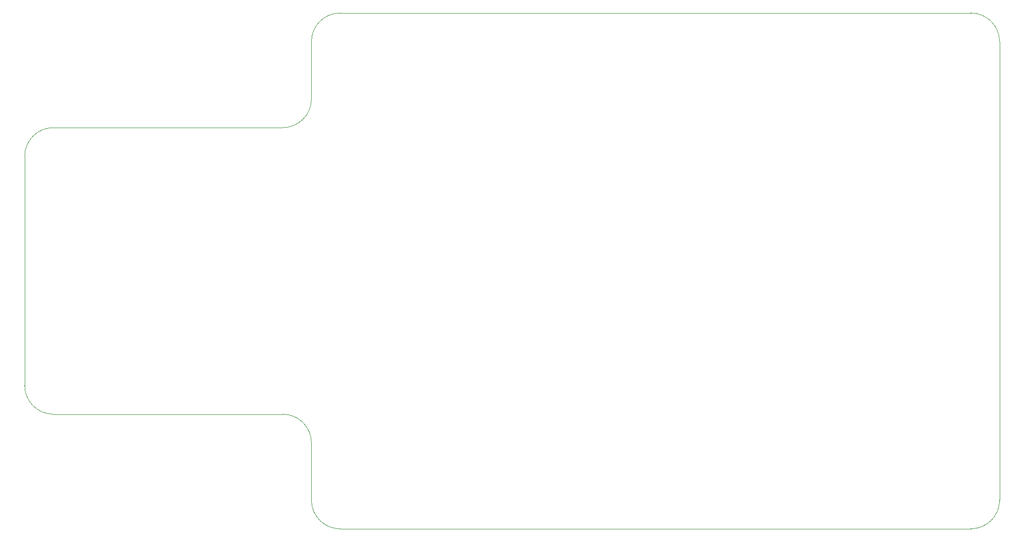
<source format=gm1>
%TF.GenerationSoftware,KiCad,Pcbnew,(5.1.6)-1*%
%TF.CreationDate,2021-12-25T16:32:49-05:00*%
%TF.ProjectId,area,61726561-2e6b-4696-9361-645f70636258,rev?*%
%TF.SameCoordinates,Original*%
%TF.FileFunction,Profile,NP*%
%FSLAX46Y46*%
G04 Gerber Fmt 4.6, Leading zero omitted, Abs format (unit mm)*
G04 Created by KiCad (PCBNEW (5.1.6)-1) date 2021-12-25 16:32:49*
%MOMM*%
%LPD*%
G01*
G04 APERTURE LIST*
%TA.AperFunction,Profile*%
%ADD10C,0.100000*%
%TD*%
G04 APERTURE END LIST*
D10*
X64000000Y-75000000D02*
G75*
G02*
X69000000Y-70000000I5000000J0D01*
G01*
X109000000Y-70000000D02*
X69000000Y-70000000D01*
X114000001Y-65000000D02*
G75*
G02*
X109000000Y-70000001I-5000001J0D01*
G01*
X114000000Y-55000000D02*
X114000000Y-65000000D01*
X114000000Y-55000000D02*
G75*
G02*
X119000000Y-50000000I5000000J0D01*
G01*
X229000000Y-50000000D02*
X119000000Y-50000000D01*
X229000000Y-50000000D02*
G75*
G02*
X234000000Y-55000000I0J-5000000D01*
G01*
X234000000Y-135000000D02*
X234000000Y-55000000D01*
X234000000Y-135000000D02*
G75*
G02*
X229000000Y-140000000I-5000000J0D01*
G01*
X119000000Y-140000000D02*
X229000000Y-140000000D01*
X119000000Y-140000001D02*
G75*
G02*
X113999999Y-135000000I0J5000001D01*
G01*
X114000000Y-125000000D02*
X114000000Y-135000000D01*
X109000000Y-120000000D02*
G75*
G02*
X114000000Y-125000000I0J-5000000D01*
G01*
X69000000Y-120000000D02*
X109000000Y-120000000D01*
X69000000Y-120000000D02*
G75*
G02*
X64000000Y-115000000I0J5000000D01*
G01*
X64000000Y-75000000D02*
X64000000Y-115000000D01*
M02*

</source>
